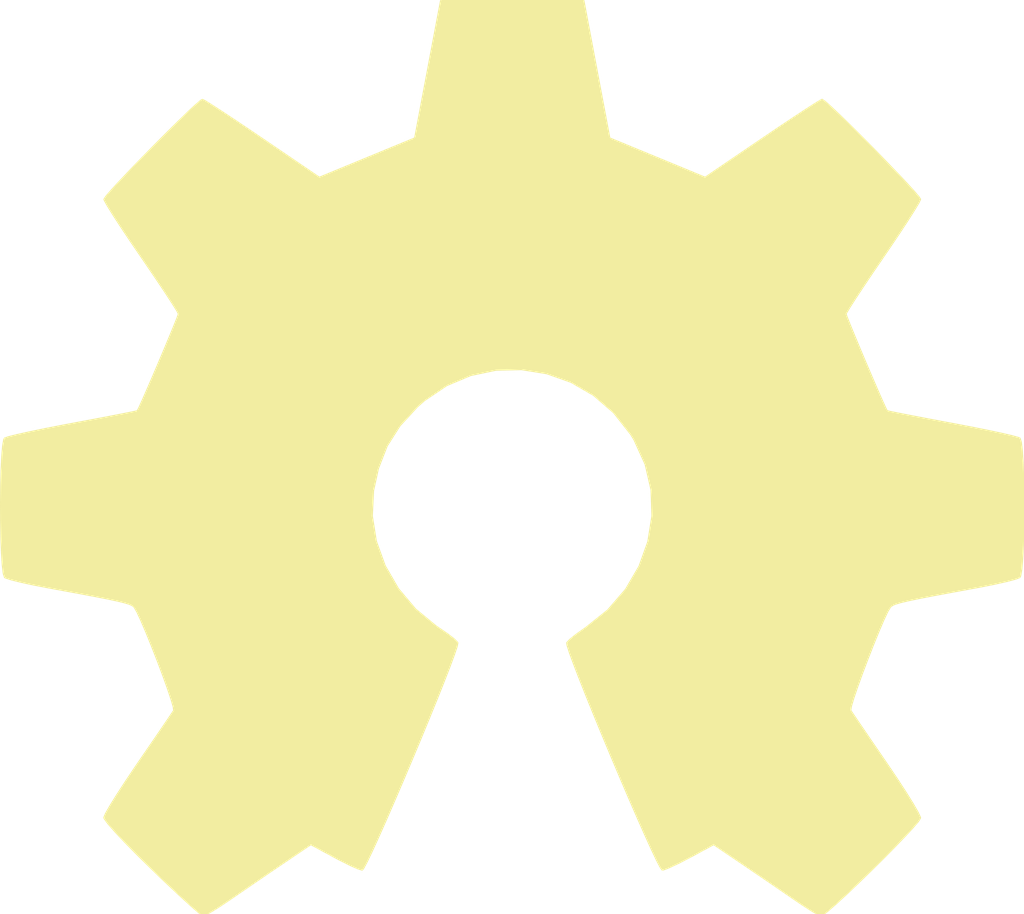
<source format=kicad_pcb>
(kicad_pcb (version 20211014) (generator pcbnew)
  (layers (0 "F.Cu" signal) (31 "B.Cu" signal) (34 "B.Paste" user) (35 "F.Paste" user) (36 "B.SilkS" user "B.Silkscreen") (37 "F.SilkS" user "F.Silkscreen") (38 "B.Mask" user) (39 "F.Mask" user) (44 "Edge.Cuts" user))
  (net 0 "")
  (footprint "Symbol:OSHW-Symbol_6.7x6mm_SilkScreen" (layer "F.Cu") (at 140 100.2)
    (fp_text reference "N2" hide)
    (fp_text value "OHWLOGO" hide)
    (fp_poly (pts (xy 0.555814 -2.531069) (xy 0.639635 -2.086445) (xy 0.94892 -1.958947) (xy 1.258206 -1.831449) (xy 1.629246 -2.083754) (xy 1.733157 -2.154004) (xy 1.827087 -2.216728) (xy 1.906652 -2.269062) (xy 1.96747 -2.308143) (xy 2.005157 -2.331107) (xy 2.015421 -2.336058) (xy 2.03391 -2.323324) (xy 2.07342 -2.288118) (xy 2.129522 -2.234938) (xy 2.197787 -2.168282) (xy 2.273786 -2.092646) (xy 2.353092 -2.012528) (xy 2.431275 -1.932426) (xy 2.503907 -1.856836) (xy 2.566559 -1.790255) (xy 2.614803 -1.737182) (xy 2.64421 -1.702113) (xy 2.651241 -1.690377) (xy 2.641123 -1.66874) (xy 2.612759 -1.621338) (xy 2.569129 -1.552807) (xy 2.513218 -1.467785) (xy 2.448006 -1.370907) (xy 2.410219 -1.31565) (xy 2.341343 -1.214752) (xy 2.28014 -1.123701) (xy 2.229578 -1.04703) (xy 2.192628 -0.989272) (xy 2.172258 -0.954957) (xy 2.169197 -0.947746) (xy 2.176136 -0.927252) (xy 2.195051 -0.879487) (xy 2.223087 -0.811168) (xy 2.257391 -0.729011) (xy 2.295109 -0.63973) (xy 2.333387 -0.550042) (xy 2.36937 -0.466662) (xy 2.400206 -0.396306) (xy 2.423039 -0.34569) (xy 2.435017 -0.321529) (xy 2.435724 -0.320578) (xy 2.454531 -0.315964) (xy 2.504618 -0.305672) (xy 2.580793 -0.290713) (xy 2.677865 -0.272099) (xy 2.790643 -0.250841) (xy 2.856442 -0.238582) (xy 2.97695 -0.215638) (xy 3.085797 -0.193805) (xy 3.177476 -0.174278) (xy 3.246481 -0.158252) (xy 3.287304 -0.146921) (xy 3.295511 -0.143326) (xy 3.303548 -0.118994) (xy 3.310033 -0.064041) (xy 3.31497 0.015108) (xy 3.318364 0.112026) (xy 3.320218 0.220287) (xy 3.320538 0.333465) (xy 3.319327 0.445135) (xy 3.31659 0.548868) (xy 3.312331 0.638241) (xy 3.306555 0.706826) (xy 3.299267 0.748197) (xy 3.294895 0.75681) (xy 3.268764 0.767133) (xy 3.213393 0.781892) (xy 3.136107 0.799352) (xy 3.04423 0.81778) (xy 3.012158 0.823741) (xy 2.857524 0.852066) (xy 2.735375 0.874876) (xy 2.641673 0.89308) (xy 2.572384 0.907583) (xy 2.523471 0.919292) (xy 2.490897 0.929115) (xy 2.470628 0.937956) (xy 2.458626 0.946724) (xy 2.456947 0.948457) (xy 2.440184 0.976371) (xy 2.414614 1.030695) (xy 2.382788 1.104777) (xy 2.34726 1.191965) (xy 2.310583 1.285608) (xy 2.275311 1.379052) (xy 2.243996 1.465647) (xy 2.219193 1.53874) (xy 2.203454 1.591678) (xy 2.199332 1.617811) (xy 2.199676 1.618726) (xy 2.213641 1.640086) (xy 2.245322 1.687084) (xy 2.291391 1.754827) (xy 2.348518 1.838423) (xy 2.413373 1.932982) (xy 2.431843 1.959854) (xy 2.497699 2.057275) (xy 2.55565 2.146163) (xy 2.602538 2.221412) (xy 2.635207 2.27792) (xy 2.6505 2.310581) (xy 2.651241 2.314593) (xy 2.638392 2.335684) (xy 2.602888 2.377464) (xy 2.549293 2.435445) (xy 2.482171 2.505135) (xy 2.406087 2.582045) (xy 2.325604 2.661683) (xy 2.245287 2.739561) (xy 2.169699 2.811186) (xy 2.103405 2.87207) (xy 2.050969 2.917721) (xy 2.016955 2.94365) (xy 2.007545 2.947883) (xy 1.985643 2.937912) (xy 1.9408 2.91102) (xy 1.880321 2.871736) (xy 1.833789 2.840117) (xy 1.749475 2.782098) (xy 1.649626 2.713784) (xy 1.549473 2.645579) (xy 1.495627 2.609075) (xy 1.313371 2.4858) (xy 1.160381 2.56852) (xy 1.090682 2.604759) (xy 1.031414 2.632926) (xy 0.991311 2.648991) (xy 0.981103 2.651226) (xy 0.968829 2.634722) (xy 0.944613 2.588082) (xy 0.910263 2.515609) (xy 0.867588 2.421606) (xy 0.818394 2.310374) (xy 0.76449 2.186215) (xy 0.707684 2.053432) (xy 0.649782 1.916327) (xy 0.592593 1.779202) (xy 0.537924 1.646358) (xy 0.487584 1.522098) (xy 0.44338 1.410725) (xy 0.407119 1.316539) (xy 0.380609 1.243844) (xy 0.365658 1.196941) (xy 0.363254 1.180833) (xy 0.382311 1.160286) (xy 0.424036 1.126933) (xy 0.479706 1.087702) (xy 0.484378 1.084599) (xy 0.628264 0.969423) (xy 0.744283 0.835053) (xy 0.83143 0.685784) (xy 0.888699 0.525913) (xy 0.915086 0.359737) (xy 0.909585 0.191552) (xy 0.87119 0.025655) (xy 0.798895 -0.133658) (xy 0.777626 -0.168513) (xy 0.666996 -0.309263) (xy 0.536302 -0.422286) (xy 0.390064 -0.506997) (xy 0.232808 -0.562806) (xy 0.069057 -0.589126) (xy -0.096667 -0.58537) (xy -0.259838 -0.55095) (xy -0.415935 -0.485277) (xy -0.560433 -0.387765) (xy -0.605131 -0.348187) (xy -0.718888 -0.224297) (xy -0.801782 -0.093876) (xy -0.858644 0.052315) (xy -0.890313 0.197088) (xy -0.898131 0.35986) (xy -0.872062 0.52344) (xy -0.814755 0.682298) (xy -0.728856 0.830906) (xy -0.617014 0.963735) (xy -0.481877 1.075256) (xy -0.464117 1.087011) (xy -0.40785 1.125508) (xy -0.365077 1.158863) (xy -0.344628 1.18016) (xy -0.344331 1.180833) (xy -0.348721 1.203871) (xy -0.366124 1.256157) (xy -0.394732 1.33339) (xy -0.432735 1.431268) (xy -0.478326 1.545491) (xy -0.529697 1.671758) (xy -0.585038 1.805767) (xy -0.642542 1.943218) (xy -0.700399 2.079808) (xy -0.756802 2.211237) (xy -0.809942 2.333205) (xy -0.85801 2.441409) (xy -0.899199 2.531549) (xy -0.931699 2.599323) (xy -0.953703 2.64043) (xy -0.962564 2.651226) (xy -0.98964 2.642819) (xy -1.040303 2.620272) (xy -1.105817 2.587613) (xy -1.141841 2.56852) (xy -1.294832 2.4858) (xy -1.477088 2.609075) (xy -1.570125 2.672228) (xy -1.671985 2.741727) (xy -1.767438 2.807165) (xy -1.81525 2.840117) (xy -1.882495 2.885273) (xy -1.939436 2.921057) (xy -1.978646 2.942938) (xy -1.991381 2.947563) (xy -2.009917 2.935085) (xy -2.050941 2.900252) (xy -2.110475 2.846678) (xy -2.184542 2.777983) (xy -2.269165 2.697781) (xy -2.322685 2.646286) (xy -2.416319 2.554286) (xy -2.497241 2.471999) (xy -2.562177 2.402945) (xy -2.607858 2.350644) (xy -2.631011 2.318616) (xy -2.633232 2.312116) (xy -2.622924 2.287394) (xy -2.594439 2.237405) (xy -2.550937 2.167212) (xy -2.495577 2.081875) (xy -2.43152 1.986456) (xy -2.413303 1.959854) (xy -2.346927 1.863167) (xy -2.287378 1.776117) (xy -2.237984 1.703595) (xy -2.202075 1.650493) (xy -2.182981 1.621703) (xy -2.181136 1.618726) (xy -2.183895 1.595782) (xy -2.198538 1.545336) (xy -2.222513 1.474041) (xy -2.253266 1.388547) (xy -2.288244 1.295507) (xy -2.324893 1.201574) (xy -2.360661 1.113399) (xy -2.392994 1.037634) (xy -2.419338 0.980931) (xy -2.437142 0.949943) (xy -2.438407 0.948457) (xy -2.449294 0.939601) (xy -2.467682 0.930843) (xy -2.497606 0.921277) (xy -2.543103 0.909996) (xy -2.608209 0.896093) (xy -2.696961 0.878663) (xy -2.813393 0.856798) (xy -2.961542 0.829591) (xy -2.993618 0.823741) (xy -3.088686 0.805374) (xy -3.171565 0.787405) (xy -3.23493 0.771569) (xy -3.271458 0.7596) (xy -3.276356 0.75681) (xy -3.284427 0.732072) (xy -3.290987 0.67679) (xy -3.296033 0.597389) (xy -3.299559 0.500296) (xy -3.301561 0.391938) (xy -3.302036 0.27874) (xy -3.300977 0.167128) (xy -3.298382 0.063529) (xy -3.294246 -0.025632) (xy -3.288563 -0.093928) (xy -3.281331 -0.134934) (xy -3.276971 -0.143326) (xy -3.252698 -0.151792) (xy -3.197426 -0.165565) (xy -3.116662 -0.18345) (xy -3.015912 -0.204252) (xy -2.900683 -0.226777) (xy -2.837902 -0.238582) (xy -2.718787 -0.260849) (xy -2.612565 -0.281021) (xy -2.524427 -0.298085) (xy -2.459566 -0.311031) (xy -2.423174 -0.318845) (xy -2.417184 -0.320578) (xy -2.407061 -0.34011) (xy -2.385662 -0.387157) (xy -2.355839 -0.454997) (xy -2.320445 -0.536909) (xy -2.282332 -0.626172) (xy -2.244353 -0.716065) (xy -2.20936 -0.799865) (xy -2.180206 -0.870853) (xy -2.159743 -0.922306) (xy -2.150823 -0.947503) (xy -2.150657 -0.948604) (xy -2.160769 -0.968481) (xy -2.189117 -1.014223) (xy -2.232723 -1.081283) (xy -2.288606 -1.165116) (xy -2.353787 -1.261174) (xy -2.391679 -1.31635) (xy -2.460725 -1.417519) (xy -2.52205 -1.50937) (xy -2.572663 -1.587256) (xy -2.609571 -1.646531) (xy -2.629782 -1.682549) (xy -2.632701 -1.690623) (xy -2.620153 -1.709416) (xy -2.585463 -1.749543) (xy -2.533063 -1.806507) (xy -2.467384 -1.875815) (xy -2.392856 -1.952969) (xy -2.313913 -2.033475) (xy -2.234983 -2.112837) (xy -2.1605 -2.18656) (xy -2.094894 -2.250148) (xy -2.042596 -2.299106) (xy -2.008039 -2.328939) (xy -1.996478 -2.336058) (xy -1.977654 -2.326047) (xy -1.932631 -2.297922) (xy -1.865787 -2.254546) (xy -1.781499 -2.198782) (xy -1.684144 -2.133494) (xy -1.610707 -2.083754) (xy -1.239667 -1.831449) (xy -0.621095 -2.086445) (xy -0.537275 -2.531069) (xy -0.453454 -2.975693) (xy 0.471994 -2.975693) (xy 0.555814 -2.531069)) (layer "F.SilkS") (width 0.01) (fill solid))
  )
)
</source>
